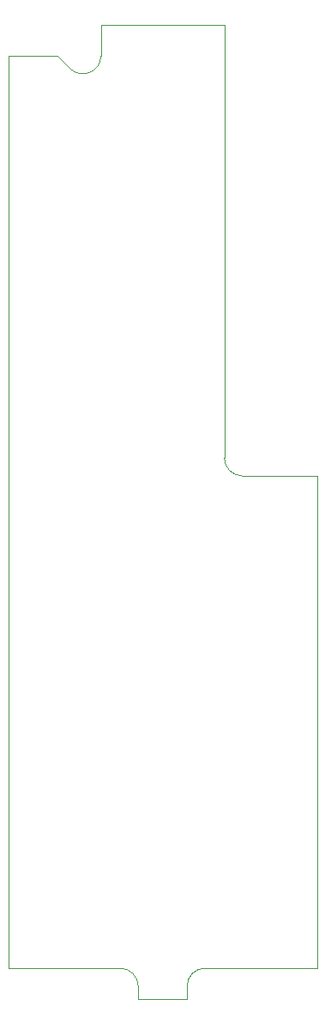
<source format=gm1>
G04*
G04 #@! TF.GenerationSoftware,Altium Limited,Altium Designer,20.2.6 (244)*
G04*
G04 Layer_Color=16711935*
%FSLAX25Y25*%
%MOIN*%
G70*
G04*
G04 #@! TF.SameCoordinates,D103880D-7D63-4280-A8AA-78B1B6904BBD*
G04*
G04*
G04 #@! TF.FilePolarity,Positive*
G04*
G01*
G75*
%ADD11C,0.00394*%
D11*
X540906Y381002D02*
G03*
X533906Y374002I0J-7000D01*
G01*
X514906D02*
G03*
X507906Y381002I-7000J0D01*
G01*
X548406Y579002D02*
G03*
X555406Y572002I7000J0D01*
G01*
X488456Y730053D02*
G03*
X500406Y735002I4950J4950D01*
G01*
X514906Y369002D02*
X533906D01*
X540906Y381002D02*
X584406D01*
X533906Y369002D02*
Y374002D01*
X514906Y369002D02*
Y374002D01*
X464406Y381002D02*
X507906D01*
X555406Y572002D02*
X584406D01*
X548406Y579002D02*
X548406Y747002D01*
X483506Y735002D02*
X488456Y730053D01*
X500406Y735002D02*
Y747002D01*
Y747002D02*
X548406D01*
X464406Y735002D02*
X483506D01*
X584406Y566702D02*
Y572002D01*
Y566702D02*
X584406D01*
X584406Y381002D02*
X584406Y566702D01*
X464406Y381002D02*
Y735002D01*
M02*

</source>
